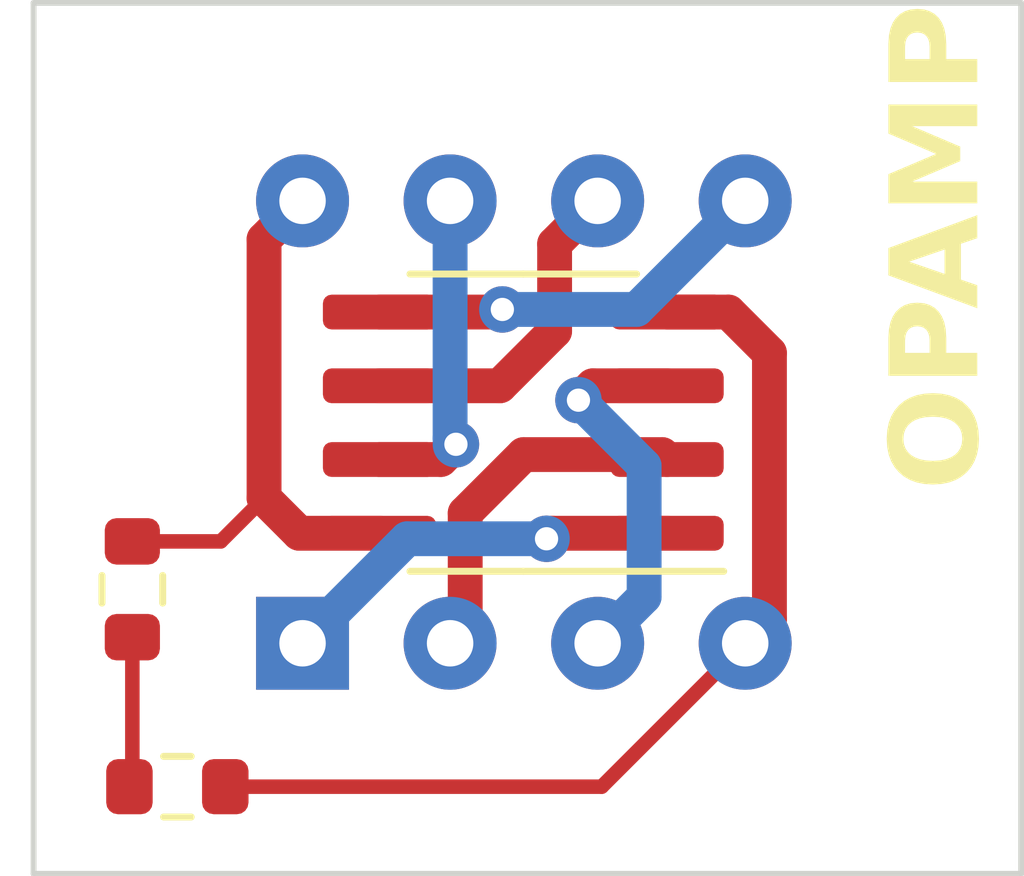
<source format=kicad_pcb>
(kicad_pcb (version 20240108) (generator "pcbnew") (generator_version "8.0")
  (layers (0 "F.Cu" signal) (31 "B.Cu" signal) (34 "B.Paste" user) (35 "F.Paste" user) (36 "B.SilkS" user "B.Silkscreen") (37 "F.SilkS" user "F.Silkscreen") (38 "B.Mask" user) (39 "F.Mask" user) (44 "Edge.Cuts" user))
  (net 0 "")
  (net 1 "1")
  (net 2 "2")
  (net 3 "3")
  (net 4 "4")
  (net 5 "5")
  (net 6 "6")
  (net 7 "7")
  (net 8 "8")
  (net 9 "Net-(D1-A)")
  (footprint "Package_DIP:DIP-8_W7.62mm_Socket" (layer "F.Cu") (at 137.73 107.43 90)
    (property "Reference" "U1" (hide yes))
    (property "Value" "OPA2134" (hide yes))
    (pad "1" thru_hole rect (at 0 0 90) (size 1.6 1.6) (drill 0.8) (layers "*.Cu" "*.Mask") (net 1 "1"))
    (pad "2" thru_hole oval (at 0 2.54 90) (size 1.6 1.6) (drill 0.8) (layers "*.Cu" "*.Mask") (net 2 "2"))
    (pad "3" thru_hole oval (at 0 5.08 90) (size 1.6 1.6) (drill 0.8) (layers "*.Cu" "*.Mask") (net 3 "3"))
    (pad "4" thru_hole oval (at 0 7.62 90) (size 1.6 1.6) (drill 0.8) (layers "*.Cu" "*.Mask") (net 4 "4"))
    (pad "5" thru_hole oval (at 7.62 7.62 90) (size 1.6 1.6) (drill 0.8) (layers "*.Cu" "*.Mask") (net 5 "5"))
    (pad "6" thru_hole oval (at 7.62 5.08 90) (size 1.6 1.6) (drill 0.8) (layers "*.Cu" "*.Mask") (net 6 "6"))
    (pad "7" thru_hole oval (at 7.62 2.54 90) (size 1.6 1.6) (drill 0.8) (layers "*.Cu" "*.Mask") (net 7 "7"))
    (pad "8" thru_hole oval (at 7.62 0 90) (size 1.6 1.6) (drill 0.8) (layers "*.Cu" "*.Mask") (net 8 "8"))
  )
  (footprint "Package_SO:SOIC-8_3.9x4.9mm_P1.27mm" (layer "F.Cu") (at 141.53 103.63 180)
    (property "Reference" "U2" (hide yes))
    (property "Value" "OPA2134")
    (fp_line (start 0 2.56) (end 1.95 2.56) (stroke (width 0.12)) (layer "F.SilkS"))
    (fp_line (start 0 2.56) (end -1.95 2.56) (stroke (width 0.12)) (layer "F.SilkS"))
    (fp_line (start 0 -2.56) (end 1.95 -2.56) (stroke (width 0.12)) (layer "F.SilkS"))
    (fp_line (start 0 -2.56) (end -3.45 -2.56) (stroke (width 0.12)) (layer "F.SilkS"))
    (pad "1" smd roundrect (at -2.475 -1.905 180) (size 1.95 0.6) (layers "F.Cu" "F.Paste" "F.Mask") (net 1 "1"))
    (pad "2" smd roundrect (at -2.475 -0.635 180) (size 1.95 0.6) (layers "F.Cu" "F.Paste" "F.Mask") (net 2 "2"))
    (pad "3" smd roundrect (at -2.475 0.635 180) (size 1.95 0.6) (layers "F.Cu" "F.Paste" "F.Mask") (net 3 "3"))
    (pad "4" smd roundrect (at -2.475 1.905 180) (size 1.95 0.6) (layers "F.Cu" "F.Paste" "F.Mask") (net 4 "4"))
    (pad "5" smd roundrect (at 2.475 1.905 180) (size 1.95 0.6) (layers "F.Cu" "F.Paste" "F.Mask") (net 5 "5"))
    (pad "6" smd roundrect (at 2.475 0.635 180) (size 1.95 0.6) (layers "F.Cu" "F.Paste" "F.Mask") (net 6 "6"))
    (pad "7" smd roundrect (at 2.475 -0.635 180) (size 1.95 0.6) (layers "F.Cu" "F.Paste" "F.Mask") (net 7 "7"))
    (pad "8" smd roundrect (at 2.475 -1.905 180) (size 1.95 0.6) (layers "F.Cu" "F.Paste" "F.Mask") (net 8 "8"))
  )
  (footprint "Resistor_SMD:R_0603_1608Metric" (layer "F.Cu") (at 135.575 109.9 180)
    (property "Reference" "D1" (hide yes))
    (property "Value" "LED")
    (fp_line (start -0.237258 0.5225) (end 0.237258 0.5225) (stroke (width 0.12)) (layer "F.SilkS"))
    (fp_line (start -0.237258 -0.5225) (end 0.237258 -0.5225) (stroke (width 0.12)) (layer "F.SilkS"))
    (pad "1" smd roundrect (at -0.825 0 180) (size 0.8 0.95) (layers "F.Cu" "F.Paste" "F.Mask") (net 4 "4"))
    (pad "2" smd roundrect (at 0.825 0 180) (size 0.8 0.95) (layers "F.Cu" "F.Paste" "F.Mask") (net 9 "Net-(D1-A)"))
  )
  (footprint "Resistor_SMD:R_0603_1608Metric" (layer "F.Cu") (at 134.8 106.5 -90)
    (property "Reference" "R1" (hide yes))
    (property "Value" "10K")
    (fp_line (start -0.237258 0.5225) (end 0.237258 0.5225) (stroke (width 0.12)) (layer "F.SilkS"))
    (fp_line (start -0.237258 -0.5225) (end 0.237258 -0.5225) (stroke (width 0.12)) (layer "F.SilkS"))
    (pad "1" smd roundrect (at -0.825 0 270) (size 0.8 0.95) (layers "F.Cu" "F.Paste" "F.Mask") (net 8 "8"))
    (pad "2" smd roundrect (at 0.825 0 270) (size 0.8 0.95) (layers "F.Cu" "F.Paste" "F.Mask") (net 9 "Net-(D1-A)"))
  )
  (gr_line (start 150.1 111.4) (end 133.1 111.4) (stroke (width 0.1)) (layer "Edge.Cuts"))
  (gr_line (start 133.1 96.4) (end 150.1 96.4) (stroke (width 0.1)) (layer "Edge.Cuts"))
  (gr_line (start 133.1 111.4) (end 133.1 96.4) (stroke (width 0.1)) (layer "Edge.Cuts"))
  (gr_line (start 150.1 96.4) (end 150.1 111.4) (stroke (width 0.1)) (layer "Edge.Cuts"))
  (gr_text "OPAMP" (at 149.6 104.8 90) (layer "F.SilkS") (effects (font (size 1.5 1.5) (thickness 0.3) (bold yes)) (justify left bottom)))
  (segment (start 142.025 105.535) (end 141.93 105.63) (width 0.6) (layer "F.Cu") (net 1))
  (segment (start 144.005 105.535) (end 142.025 105.535) (width 0.6) (layer "F.Cu") (net 1))
  (via (at 141.93 105.63) (size 0.8) (drill 0.4) (layers "F.Cu" "B.Cu") (net 1))
  (segment (start 139.53 105.63) (end 141.93 105.63) (width 0.6) (layer "B.Cu") (net 1))
  (segment (start 137.73 107.43) (end 139.53 105.63) (width 0.6) (layer "B.Cu") (net 1))
  (segment (start 140.53 105.186497) (end 140.53 107.17) (width 0.6) (layer "F.Cu") (net 2))
  (segment (start 141.536497 104.18) (end 140.53 105.186497) (width 0.6) (layer "F.Cu") (net 2))
  (segment (start 144.005 104.265) (end 143.92 104.18) (width 0.6) (layer "F.Cu") (net 2))
  (segment (start 143.92 104.18) (end 141.536497 104.18) (width 0.6) (layer "F.Cu") (net 2))
  (segment (start 140.53 107.17) (end 140.27 107.43) (width 0.6) (layer "F.Cu") (net 2))
  (segment (start 142.727397 102.995) (end 142.479502 103.242895) (width 0.6) (layer "F.Cu") (net 3))
  (segment (start 144.005 102.995) (end 142.727397 102.995) (width 0.6) (layer "F.Cu") (net 3))
  (via (at 142.479502 103.242895) (size 0.8) (drill 0.4) (layers "F.Cu" "B.Cu") (net 3))
  (segment (start 143.609999 104.373392) (end 142.479502 103.242895) (width 0.6) (layer "B.Cu") (net 3))
  (segment (start 142.81 107.43) (end 143.609999 106.630001) (width 0.6) (layer "B.Cu") (net 3))
  (segment (start 143.609999 106.630001) (end 143.609999 104.373392) (width 0.6) (layer "B.Cu") (net 3))
  (segment (start 145.767499 102.43) (end 145.767499 107.012501) (width 0.6) (layer "F.Cu") (net 4))
  (segment (start 145.767499 107.012501) (end 145.35 107.43) (width 0.6) (layer "F.Cu") (net 4))
  (segment (start 145.062499 101.725) (end 145.767499 102.43) (width 0.6) (layer "F.Cu") (net 4))
  (segment (start 142.88 109.9) (end 145.35 107.43) (width 0.25) (layer "F.Cu") (net 4))
  (segment (start 144.005 101.725) (end 145.062499 101.725) (width 0.6) (layer "F.Cu") (net 4))
  (segment (start 136.4 109.9) (end 142.88 109.9) (width 0.25) (layer "F.Cu") (net 4))
  (segment (start 141.124566 101.725) (end 141.1695 101.680066) (width 0.6) (layer "F.Cu") (net 5))
  (segment (start 139.055 101.725) (end 141.124566 101.725) (width 0.6) (layer "F.Cu") (net 5))
  (via (at 141.1695 101.680066) (size 0.8) (drill 0.4) (layers "F.Cu" "B.Cu") (net 5))
  (segment (start 145.35 99.81) (end 143.479934 101.680066) (width 0.6) (layer "B.Cu") (net 5))
  (segment (start 143.479934 101.680066) (end 141.1695 101.680066) (width 0.6) (layer "B.Cu") (net 5))
  (segment (start 141.126652 102.995) (end 142.069 102.052652) (width 0.6) (layer "F.Cu") (net 6))
  (segment (start 142.069 100.551) (end 142.81 99.81) (width 0.6) (layer "F.Cu") (net 6))
  (segment (start 142.069 102.052652) (end 142.069 100.551) (width 0.6) (layer "F.Cu") (net 6))
  (segment (start 139.055 102.995) (end 141.126652 102.995) (width 0.6) (layer "F.Cu") (net 6))
  (segment (start 139.055 104.265) (end 140.107993 104.265) (width 0.6) (layer "F.Cu") (net 7))
  (segment (start 140.107993 104.265) (end 140.370363 104.00263) (width 0.6) (layer "F.Cu") (net 7))
  (via (at 140.370363 104.00263) (size 0.8) (drill 0.4) (layers "F.Cu" "B.Cu") (net 7))
  (segment (start 140.27 99.81) (end 140.27 103.902267) (width 0.6) (layer "B.Cu") (net 7))
  (segment (start 140.27 103.902267) (end 140.370363 104.00263) (width 0.6) (layer "B.Cu") (net 7))
  (segment (start 136.322499 105.675) (end 137.067499 104.93) (width 0.25) (layer "F.Cu") (net 8))
  (segment (start 134.8 105.675) (end 136.322499 105.675) (width 0.25) (layer "F.Cu") (net 8))
  (segment (start 139.055 105.535) (end 137.672499 105.535) (width 0.6) (layer "F.Cu") (net 8))
  (segment (start 137.067499 100.472501) (end 137.73 99.81) (width 0.6) (layer "F.Cu") (net 8))
  (segment (start 137.425 99.505) (end 137.73 99.81) (width 0.6) (layer "F.Cu") (net 8))
  (segment (start 137.672499 105.535) (end 137.067499 104.93) (width 0.6) (layer "F.Cu") (net 8))
  (segment (start 137.067499 104.93) (end 137.067499 100.472501) (width 0.6) (layer "F.Cu") (net 8))
  (segment (start 134.8 109.85) (end 134.75 109.9) (width 0.25) (layer "F.Cu") (net 9))
  (segment (start 134.8 107.325) (end 134.8 109.85) (width 0.25) (layer "F.Cu") (net 9))
)
</source>
